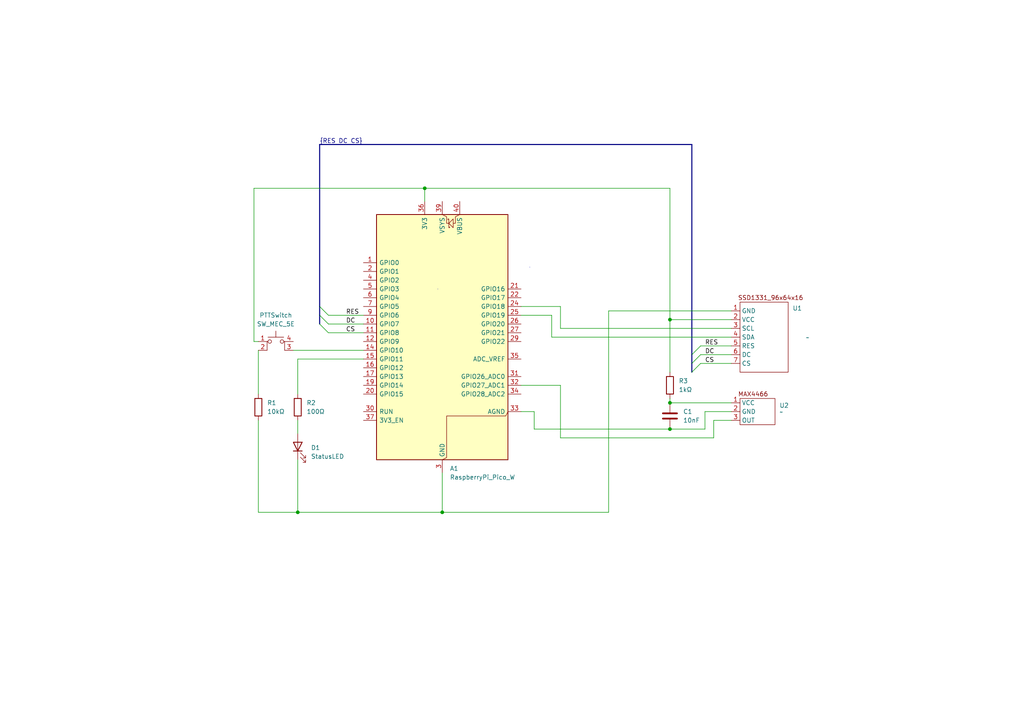
<source format=kicad_sch>
(kicad_sch (version 20231120) (generator "eeschema") (generator_version "8.0")
  (paper "A4")
  (title_block (title "Fiend Prototype") (date "2024-08-30") (company "Oscar Peace") (comment 1 "Don't make one of these yourself."))
  (lib_symbols
    (symbol "Device:C" (pin_numbers hide) (pin_names (offset 0.254))
      (property "Reference" "C" (at 0.635 2.54 0))
      (property "Value" "C" (at 0.635 -2.54 0))
      (symbol "C_0_1"
        (polyline (pts (xy -2.032 -0.762) (xy 2.032 -0.762)) (stroke (width 0.508)))
        (polyline (pts (xy -2.032 0.762) (xy 2.032 0.762)) (stroke (width 0.508)))
      )
      (symbol "C_1_1"
        (pin passive line (at 0 3.81 270) (length 2.794) (name "~") (number "1"))
        (pin passive line (at 0 -3.81 90) (length 2.794) (name "~") (number "2"))
      )
    )
    (symbol "Device:LED" (pin_numbers hide) (pin_names (offset 1.016) hide)
      (property "Reference" "D" (at 0 2.54 0))
      (property "Value" "LED" (at 0 -2.54 0))
      (symbol "LED_0_1"
        (polyline (pts (xy -1.27 -1.27) (xy -1.27 1.27)) (stroke (width 0.254)))
        (polyline (pts (xy -1.27 0) (xy 1.27 0)))
        (polyline (pts (xy 1.27 -1.27) (xy 1.27 1.27) (xy -1.27 0) (xy 1.27 -1.27)) (stroke (width 0.254)))
        (polyline (pts (xy -3.048 -0.762) (xy -4.572 -2.286) (xy -3.81 -2.286) (xy -4.572 -2.286) (xy -4.572 -1.524)))
        (polyline (pts (xy -1.778 -0.762) (xy -3.302 -2.286) (xy -2.54 -2.286) (xy -3.302 -2.286) (xy -3.302 -1.524)))
      )
      (symbol "LED_1_1"
        (pin passive line (at -3.81 0 0) (length 2.54) (name "K") (number "1"))
        (pin passive line (at 3.81 0 180) (length 2.54) (name "A") (number "2"))
      )
    )
    (symbol "Device:R" (pin_numbers hide) (pin_names (offset 0))
      (property "Reference" "R" (at 2.032 0 90))
      (property "Value" "R" (at 0 0 90))
      (symbol "R_0_1"
        (rectangle (start -1.016 -2.54) (end 1.016 2.54) (stroke (width 0.254)))
      )
      (symbol "R_1_1"
        (pin passive line (at 0 3.81 270) (length 1.27) (name "~") (number "1"))
        (pin passive line (at 0 -3.81 90) (length 1.27) (name "~") (number "2"))
      )
    )
    (symbol "Switch:SW_MEC_5E" (pin_names (offset 1.016) hide)
      (property "Reference" "SW" (at 0.635 5.715 0))
      (property "Value" "SW_MEC_5E" (at 0 -3.175 0))
      (symbol "SW_MEC_5E_0_1"
        (circle (center -1.778 2.54) (radius 0.508))
        (polyline (pts (xy -2.286 3.81) (xy 2.286 3.81)))
        (polyline (pts (xy 0 3.81) (xy 0 5.588)))
        (polyline (pts (xy -2.54 0) (xy -2.54 2.54) (xy -2.286 2.54)))
        (polyline (pts (xy 2.54 0) (xy 2.54 2.54) (xy 2.286 2.54)))
        (circle (center 1.778 2.54) (radius 0.508))
        (pin passive line (at -5.08 2.54 0) (length 2.54) (name "1") (number "1"))
        (pin passive line (at -5.08 0 0) (length 2.54) (name "2") (number "2"))
        (pin passive line (at 5.08 0 180) (length 2.54) (name "K") (number "3"))
        (pin passive line (at 5.08 2.54 180) (length 2.54) (name "A") (number "4"))
      )
    )
    (symbol "displaySsd1331_96x64x16_SPI:SSD1331_96x64x16"
      (property "Reference" "U" (at 0 -3.81 0))
      (symbol "SSD1331_96x64x16_0_1"
        (rectangle (start 0 19.05) (end 13.97 -1.27))
      )
      (symbol "SSD1331_96x64x16_1_1"
        (text "SSD1331_96x64x16" (at 8.89 20.32 0) (effects (font (size 1.27 1.27))))
        (pin power_in line (at -2.54 16.51 0) (length 2.54) (name "GND") (number "1"))
        (pin power_in line (at -2.54 13.97 0) (length 2.54) (name "VCC") (number "2"))
        (pin input line (at -2.54 11.43 0) (length 2.54) (name "SCL") (number "3"))
        (pin input line (at -2.54 8.89 0) (length 2.54) (name "SDA") (number "4"))
        (pin input line (at -2.54 6.35 0) (length 2.54) (name "RES") (number "5"))
        (pin input line (at -2.54 3.81 0) (length 2.54) (name "DC") (number "6"))
        (pin input line (at -2.54 1.27 0) (length 2.54) (name "CS") (number "7"))
      )
    )
    (symbol "max4466:MAX4466"
      (property "Reference" "U" (at -1.27 0 0))
      (symbol "MAX4466_0_1"
        (rectangle (start -2.54 8.89) (end 7.62 1.27))
      )
      (symbol "MAX4466_1_1"
        (text "MAX4466" (at 1.27 10.16 0) (effects (font (size 1.27 1.27))))
        (pin power_in line (at -5.08 7.62 0) (length 2.54) (name "VCC") (number "1"))
        (pin power_in line (at -5.08 5.08 0) (length 2.54) (name "GND") (number "2"))
        (pin output line (at -5.08 2.54 0) (length 2.54) (name "OUT") (number "3"))
      )
    )
    (symbol "picoWsymbol:RaspberryPi_Pico_W" (pin_names (offset 0.762))
      (property "Reference" "A" (at -19.05 38.1 0))
      (property "Value" "RaspberryPi_Pico_W" (at 7.62 38.1 0))
      (symbol "RaspberryPi_Pico_W_0_1"
        (rectangle (start -19.05 36.83) (end 19.05 -34.29) (stroke (width 0.254)) (fill (type background)))
        (polyline (pts (xy 0 36.83) (xy 1.27 36.195) (xy 1.27 34.29) (xy 1.905 34.29)))
        (polyline (pts (xy 1.905 34.29) (xy 3.175 35.56) (xy 3.175 33.02) (xy 1.905 34.29)))
        (polyline (pts (xy 5.08 36.83) (xy 3.81 36.195) (xy 3.81 34.29) (xy 3.175 34.29)))
        (polyline (pts (xy 0 -34.29) (xy 1.27 -33.655) (xy 1.27 -21.59) (xy 18.415 -21.59) (xy 19.05 -20.32)))
        (polyline (pts (xy 1.651 35.306) (xy 1.651 35.56) (xy 1.905 35.56) (xy 1.905 33.02) (xy 2.159 33.02) (xy 2.159 33.274)))
      )
      (symbol "RaspberryPi_Pico_W_1_1"
        (pin bidirectional line (at -22.86 22.86 0) (length 3.81) (name "GPIO0") (number "1"))
        (pin bidirectional line (at -22.86 5.08 0) (length 3.81) (name "GPIO7") (number "10"))
        (pin bidirectional line (at -22.86 2.54 0) (length 3.81) (name "GPIO8") (number "11"))
        (pin bidirectional line (at -22.86 0 0) (length 3.81) (name "GPIO9") (number "12"))
        (pin passive line (at 0 -38.1 90) (length 3.81) hide (name "GND") (number "13"))
        (pin bidirectional line (at -22.86 -2.54 0) (length 3.81) (name "GPIO10") (number "14"))
        (pin bidirectional line (at -22.86 -5.08 0) (length 3.81) (name "GPIO11") (number "15"))
        (pin bidirectional line (at -22.86 -7.62 0) (length 3.81) (name "GPIO12") (number "16"))
        (pin bidirectional line (at -22.86 -10.16 0) (length 3.81) (name "GPIO13") (number "17"))
        (pin passive line (at 0 -38.1 90) (length 3.81) hide (name "GND") (number "18"))
        (pin bidirectional line (at -22.86 -12.7 0) (length 3.81) (name "GPIO14") (number "19"))
        (pin bidirectional line (at -22.86 20.32 0) (length 3.81) (name "GPIO1") (number "2"))
        (pin bidirectional line (at -22.86 -15.24 0) (length 3.81) (name "GPIO15") (number "20"))
        (pin bidirectional line (at 22.86 15.24 180) (length 3.81) (name "GPIO16") (number "21"))
        (pin bidirectional line (at 22.86 12.7 180) (length 3.81) (name "GPIO17") (number "22"))
        (pin passive line (at 0 -38.1 90) (length 3.81) hide (name "GND") (number "23"))
        (pin bidirectional line (at 22.86 10.16 180) (length 3.81) (name "GPIO18") (number "24"))
        (pin bidirectional line (at 22.86 7.62 180) (length 3.81) (name "GPIO19") (number "25"))
        (pin bidirectional line (at 22.86 5.08 180) (length 3.81) (name "GPIO20") (number "26"))
        (pin bidirectional line (at 22.86 2.54 180) (length 3.81) (name "GPIO21") (number "27"))
        (pin passive line (at 0 -38.1 90) (length 3.81) hide (name "GND") (number "28"))
        (pin bidirectional line (at 22.86 0 180) (length 3.81) (name "GPIO22") (number "29"))
        (pin power_out line (at 0 -38.1 90) (length 3.81) (name "GND") (number "3"))
        (pin input line (at -22.86 -20.32 0) (length 3.81) (name "RUN") (number "30"))
        (pin bidirectional line (at 22.86 -10.16 180) (length 3.81) (name "GPIO26_ADC0") (number "31"))
        (pin bidirectional line (at 22.86 -12.7 180) (length 3.81) (name "GPIO27_ADC1") (number "32"))
        (pin power_out line (at 22.86 -20.32 180) (length 3.81) (name "AGND") (number "33"))
        (pin bidirectional line (at 22.86 -15.24 180) (length 3.81) (name "GPIO28_ADC2") (number "34"))
        (pin power_in line (at 22.86 -5.08 180) (length 3.81) (name "ADC_VREF") (number "35"))
        (pin power_out line (at -5.08 40.64 270) (length 3.81) (name "3V3") (number "36"))
        (pin input line (at -22.86 -22.86 0) (length 3.81) (name "3V3_EN") (number "37"))
        (pin passive line (at 0 -38.1 90) (length 3.81) hide (name "GND") (number "38"))
        (pin power_in line (at 0 40.64 270) (length 3.81) (name "VSYS") (number "39"))
        (pin bidirectional line (at -22.86 17.78 0) (length 3.81) (name "GPIO2") (number "4"))
        (pin power_out line (at 5.08 40.64 270) (length 3.81) (name "VBUS") (number "40"))
        (pin bidirectional line (at -22.86 15.24 0) (length 3.81) (name "GPIO3") (number "5"))
        (pin bidirectional line (at -22.86 12.7 0) (length 3.81) (name "GPIO4") (number "6"))
        (pin bidirectional line (at -22.86 10.16 0) (length 3.81) (name "GPIO5") (number "7"))
        (pin passive line (at 0 -38.1 90) (length 3.81) hide (name "GND") (number "8"))
        (pin bidirectional line (at -22.86 7.62 0) (length 3.81) (name "GPIO6") (number "9"))
      )
    )
  )
  (junction (at 194.31 116.84))
  (junction (at 123.19 54.61))
  (junction (at 194.31 124.46))
  (junction (at 194.31 92.71))
  (junction (at 86.36 148.59))
  (junction (at 128.27 148.59))
  (bus_entry (at 200.66 107.95) (size 2.54 -2.54))
  (bus_entry (at 200.66 102.87) (size 2.54 -2.54))
  (bus_entry (at 92.71 91.44) (size 2.54 2.54))
  (bus_entry (at 200.66 105.41) (size 2.54 -2.54))
  (bus_entry (at 92.71 88.9) (size 2.54 2.54))
  (bus_entry (at 92.71 93.98) (size 2.54 2.54))
  (wire (pts (xy 194.31 116.84) (xy 212.09 116.84)))
  (bus (pts (xy 200.66 107.95) (xy 200.66 105.41)))
  (wire (pts (xy 162.56 95.25) (xy 162.56 88.9)))
  (bus (pts (xy 92.71 41.91) (xy 92.71 88.9)))
  (wire (pts (xy 176.53 90.17) (xy 176.53 148.59)))
  (wire (pts (xy 73.66 99.06) (xy 73.66 54.61)))
  (wire (pts (xy 123.19 54.61) (xy 123.19 58.42)))
  (bus (pts (xy 92.71 91.44) (xy 92.71 93.98)))
  (bus (pts (xy 200.66 105.41) (xy 200.66 102.87)))
  (wire (pts (xy 95.25 96.52) (xy 105.41 96.52)))
  (wire (pts (xy 204.47 124.46) (xy 204.47 119.38)))
  (wire (pts (xy 212.09 121.92) (xy 207.01 121.92)))
  (wire (pts (xy 203.2 100.33) (xy 212.09 100.33)))
  (wire (pts (xy 207.01 121.92) (xy 207.01 127)))
  (wire (pts (xy 194.31 115.57) (xy 194.31 116.84)))
  (wire (pts (xy 194.31 124.46) (xy 204.47 124.46)))
  (bus (pts (xy 92.71 41.91) (xy 200.66 41.91)))
  (wire (pts (xy 212.09 97.79) (xy 160.02 97.79)))
  (wire (pts (xy 74.93 99.06) (xy 73.66 99.06)))
  (wire (pts (xy 160.02 91.44) (xy 151.13 91.44)))
  (wire (pts (xy 74.93 121.92) (xy 74.93 148.59)))
  (wire (pts (xy 160.02 97.79) (xy 160.02 91.44)))
  (wire (pts (xy 203.2 105.41) (xy 212.09 105.41)))
  (wire (pts (xy 73.66 54.61) (xy 123.19 54.61)))
  (wire (pts (xy 162.56 111.76) (xy 162.56 127)))
  (wire (pts (xy 86.36 104.14) (xy 86.36 114.3)))
  (wire (pts (xy 154.94 124.46) (xy 154.94 119.38)))
  (wire (pts (xy 86.36 121.92) (xy 86.36 125.73)))
  (wire (pts (xy 176.53 148.59) (xy 128.27 148.59)))
  (wire (pts (xy 207.01 127) (xy 162.56 127)))
  (wire (pts (xy 162.56 111.76) (xy 151.13 111.76)))
  (wire (pts (xy 74.93 148.59) (xy 86.36 148.59)))
  (wire (pts (xy 203.2 102.87) (xy 212.09 102.87)))
  (wire (pts (xy 194.31 54.61) (xy 194.31 92.71)))
  (wire (pts (xy 95.25 91.44) (xy 105.41 91.44)))
  (wire (pts (xy 105.41 104.14) (xy 86.36 104.14)))
  (wire (pts (xy 86.36 133.35) (xy 86.36 148.59)))
  (wire (pts (xy 194.31 124.46) (xy 154.94 124.46)))
  (wire (pts (xy 151.13 88.9) (xy 162.56 88.9)))
  (wire (pts (xy 128.27 148.59) (xy 128.27 137.16)))
  (bus (pts (xy 200.66 102.87) (xy 200.66 41.91)))
  (wire (pts (xy 194.31 92.71) (xy 194.31 107.95)))
  (wire (pts (xy 123.19 54.61) (xy 194.31 54.61)))
  (wire (pts (xy 212.09 95.25) (xy 162.56 95.25)))
  (wire (pts (xy 74.93 114.3) (xy 74.93 101.6)))
  (wire (pts (xy 95.25 93.98) (xy 105.41 93.98)))
  (wire (pts (xy 86.36 148.59) (xy 128.27 148.59)))
  (wire (pts (xy 212.09 90.17) (xy 176.53 90.17)))
  (bus (pts (xy 92.71 88.9) (xy 92.71 91.44)))
  (wire (pts (xy 194.31 92.71) (xy 212.09 92.71)))
  (wire (pts (xy 85.09 101.6) (xy 105.41 101.6)))
  (wire (pts (xy 154.94 119.38) (xy 151.13 119.38)))
  (wire (pts (xy 204.47 119.38) (xy 212.09 119.38)))
  (rectangle (start 127 83.82) (end 127 83.82))
  (rectangle (start 153.67 77.47) (end 153.67 77.47))
  (label "RES" (at 100.33 91.44 0))
  (label "RES" (at 204.47 100.33 0))
  (label "DC" (at 100.33 93.98 0))
  (label "CS" (at 204.47 105.41 0))
  (label "{RES DC CS}" (at 92.71 41.91 0))
  (label "CS" (at 100.33 96.52 0))
  (label "DC" (at 204.47 102.87 0))
  (symbol (lib_id "Switch:SW_MEC_5E") (at 80.01 101.6 0) (unit 1)
    (property "Reference" "PTTSwitch" (at 80.01 91.44 0))
    (property "Value" "SW_MEC_5E" (at 80.01 93.98 0))
    (property "Datasheet" "http://www.apem.com/int/index.php?controller=attachment&id_attachment=1371" (effects (hide yes)))
    (property "Description" "MEC 5E single pole normally-open tactile switch" (effects (hide yes)))
  )
  (symbol (lib_id "Device:R") (at 74.93 118.11 0) (unit 1)
    (property "Reference" "R1" (at 77.47 116.8399 0) (effects (justify left)))
    (property "Value" "10kΩ" (at 77.47 119.3799 0) (effects (justify left)))
    (property "Description" "Resistor" (effects (hide yes)))
  )
  (symbol (lib_id "Device:LED") (at 86.36 129.54 90) (unit 1)
    (property "Reference" "D1" (at 90.17 129.8574 90) (effects (justify right)))
    (property "Value" "StatusLED" (at 90.17 132.3974 90) (effects (justify right)))
    (property "Description" "Light emitting diode" (effects (hide yes)))
  )
  (symbol (lib_id "Device:R") (at 86.36 118.11 0) (unit 1)
    (property "Reference" "R2" (at 88.9 116.8399 0) (effects (justify left)))
    (property "Value" "100Ω" (at 88.9 119.3799 0) (effects (justify left)))
    (property "Description" "Resistor" (effects (hide yes)))
  )
  (symbol (lib_id "picoWsymbol:RaspberryPi_Pico_W") (at 128.27 99.06 0) (unit 1)
    (property "Reference" "A1" (at 130.4641 135.89 0) (effects (justify left)))
    (property "Value" "RaspberryPi_Pico_W" (at 130.4641 138.43 0) (effects (justify left)))
    (property "Footprint" "Module_RaspberryPi_Pico:RaspberryPi_Pico_Common" (effects (hide yes)))
    (property "Datasheet" "https://datasheets.raspberrypi.com/picow/pico-w-datasheet.pdf" (effects (hide yes)))
    (property "Description" "Versatile and inexpensive wireless microcontroller module powered by RP2040 dual-core Arm Cortex-M0+ processor up to 133 MHz, 264kB SRAM, 2MB QSPI flash, Infineon CYW43439 2.4GHz 802.11n wireless LAN" (effects (hide yes)))
  )
  (symbol (lib_id "Device:R") (at 194.31 111.76 180) (unit 1)
    (property "Reference" "R3" (at 196.85 110.4899 0) (effects (justify right)))
    (property "Value" "1kΩ" (at 196.85 113.0299 0) (effects (justify right)))
    (property "Description" "Resistor" (effects (hide yes)))
  )
  (symbol (lib_id "max4466:MAX4466") (at 217.17 124.46 0) (unit 1)
    (property "Reference" "U2" (at 226.06 117.5991 0) (effects (justify left)))
    (property "Value" "~" (at 226.06 119.5042 0) (effects (justify left)))
  )
  (symbol (lib_id "Device:C") (at 194.31 120.65 0) (unit 1)
    (property "Reference" "C1" (at 198.12 119.3799 0) (effects (justify left)))
    (property "Value" "10nF" (at 198.12 121.9199 0) (effects (justify left)))
    (property "Description" "Unpolarized capacitor" (effects (hide yes)))
  )
  (symbol (lib_id "displaySsd1331_96x64x16_SPI:SSD1331_96x64x16") (at 214.63 106.68 0) (unit 1)
    (property "Reference" "U1" (at 229.87 89.408 0) (effects (justify left)))
    (property "Value" "~" (at 233.68 97.9142 0) (effects (justify left)))
  )
)
</source>
